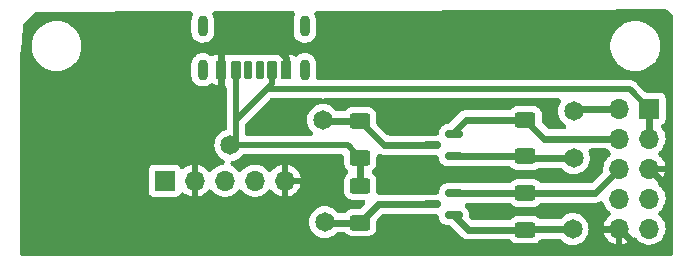
<source format=gbr>
%TF.GenerationSoftware,KiCad,Pcbnew,(6.0.0)*%
%TF.CreationDate,2022-09-27T13:06:44+08:00*%
%TF.ProjectId,rpiconnector,72706963-6f6e-46e6-9563-746f722e6b69,rev?*%
%TF.SameCoordinates,Original*%
%TF.FileFunction,Copper,L1,Top*%
%TF.FilePolarity,Positive*%
%FSLAX46Y46*%
G04 Gerber Fmt 4.6, Leading zero omitted, Abs format (unit mm)*
G04 Created by KiCad (PCBNEW (6.0.0)) date 2022-09-27 13:06:44*
%MOMM*%
%LPD*%
G01*
G04 APERTURE LIST*
G04 Aperture macros list*
%AMRoundRect*
0 Rectangle with rounded corners*
0 $1 Rounding radius*
0 $2 $3 $4 $5 $6 $7 $8 $9 X,Y pos of 4 corners*
0 Add a 4 corners polygon primitive as box body*
4,1,4,$2,$3,$4,$5,$6,$7,$8,$9,$2,$3,0*
0 Add four circle primitives for the rounded corners*
1,1,$1+$1,$2,$3*
1,1,$1+$1,$4,$5*
1,1,$1+$1,$6,$7*
1,1,$1+$1,$8,$9*
0 Add four rect primitives between the rounded corners*
20,1,$1+$1,$2,$3,$4,$5,0*
20,1,$1+$1,$4,$5,$6,$7,0*
20,1,$1+$1,$6,$7,$8,$9,0*
20,1,$1+$1,$8,$9,$2,$3,0*%
G04 Aperture macros list end*
%TA.AperFunction,SMDPad,CuDef*%
%ADD10RoundRect,0.150000X0.587500X0.150000X-0.587500X0.150000X-0.587500X-0.150000X0.587500X-0.150000X0*%
%TD*%
%TA.AperFunction,WasherPad*%
%ADD11O,0.900000X1.800000*%
%TD*%
%TA.AperFunction,SMDPad,CuDef*%
%ADD12RoundRect,0.225000X0.225000X0.575000X-0.225000X0.575000X-0.225000X-0.575000X0.225000X-0.575000X0*%
%TD*%
%TA.AperFunction,SMDPad,CuDef*%
%ADD13RoundRect,0.200000X0.200000X0.600000X-0.200000X0.600000X-0.200000X-0.600000X0.200000X-0.600000X0*%
%TD*%
%TA.AperFunction,SMDPad,CuDef*%
%ADD14RoundRect,0.175000X0.175000X0.625000X-0.175000X0.625000X-0.175000X-0.625000X0.175000X-0.625000X0*%
%TD*%
%TA.AperFunction,SMDPad,CuDef*%
%ADD15RoundRect,0.250000X-0.625000X0.400000X-0.625000X-0.400000X0.625000X-0.400000X0.625000X0.400000X0*%
%TD*%
%TA.AperFunction,SMDPad,CuDef*%
%ADD16RoundRect,0.250000X0.625000X-0.400000X0.625000X0.400000X-0.625000X0.400000X-0.625000X-0.400000X0*%
%TD*%
%TA.AperFunction,ComponentPad*%
%ADD17R,1.700000X1.700000*%
%TD*%
%TA.AperFunction,ComponentPad*%
%ADD18O,1.700000X1.700000*%
%TD*%
%TA.AperFunction,ViaPad*%
%ADD19C,1.650000*%
%TD*%
%TA.AperFunction,Conductor*%
%ADD20C,0.600000*%
%TD*%
%TA.AperFunction,Conductor*%
%ADD21C,0.500000*%
%TD*%
G04 APERTURE END LIST*
D10*
%TO.P,Q1,1,G*%
%TO.N,3v3*%
X153937500Y-65450000D03*
%TO.P,Q1,2,S*%
%TO.N,SDA*%
X153937500Y-63550000D03*
%TO.P,Q1,3,D*%
%TO.N,SDA_5v*%
X152062500Y-64500000D03*
%TD*%
D11*
%TO.P,U1,*%
%TO.N,*%
X132680000Y-54420000D03*
X141320000Y-54420000D03*
X141320000Y-58120000D03*
X132680000Y-58120000D03*
D12*
%TO.P,U1,1,GND*%
%TO.N,GND*%
X139750000Y-58122136D03*
D13*
%TO.P,U1,2,VBUS*%
%TO.N,5v*%
X138520000Y-58120000D03*
D14*
%TO.P,U1,3,CC1*%
%TO.N,unconnected-(U1-Pad3)*%
X137500000Y-58120000D03*
%TO.P,U1,4,CC2*%
%TO.N,unconnected-(U1-Pad4)*%
X136500000Y-58120000D03*
D13*
%TO.P,U1,5,VBUS*%
%TO.N,5v*%
X135480000Y-58120000D03*
D12*
%TO.P,U1,6,GND*%
%TO.N,GND*%
X134250000Y-58120000D03*
%TD*%
D15*
%TO.P,R4,1*%
%TO.N,5v*%
X146000000Y-67950000D03*
%TO.P,R4,2*%
%TO.N,SCL_5V*%
X146000000Y-71050000D03*
%TD*%
D10*
%TO.P,Q2,1,G*%
%TO.N,3v3*%
X153937500Y-70450000D03*
%TO.P,Q2,2,S*%
%TO.N,SCL*%
X153937500Y-68550000D03*
%TO.P,Q2,3,D*%
%TO.N,SCL_5V*%
X152062500Y-69500000D03*
%TD*%
D16*
%TO.P,R3,1*%
%TO.N,5v*%
X146000000Y-65550000D03*
%TO.P,R3,2*%
%TO.N,SDA_5v*%
X146000000Y-62450000D03*
%TD*%
%TO.P,R2,1*%
%TO.N,3v3*%
X160000000Y-71650000D03*
%TO.P,R2,2*%
%TO.N,SCL*%
X160000000Y-68550000D03*
%TD*%
D17*
%TO.P,J1,1,Pin_1*%
%TO.N,SDA_5v*%
X129460000Y-67500000D03*
D18*
%TO.P,J1,2,Pin_2*%
%TO.N,GND*%
X132000000Y-67500000D03*
%TO.P,J1,3,Pin_3*%
%TO.N,5v*%
X134540000Y-67500000D03*
%TO.P,J1,4,Pin_4*%
%TO.N,SCL_5V*%
X137080000Y-67500000D03*
%TO.P,J1,5,Pin_5*%
%TO.N,GND*%
X139620000Y-67500000D03*
%TD*%
D16*
%TO.P,R1,1*%
%TO.N,3v3*%
X160000000Y-65450000D03*
%TO.P,R1,2*%
%TO.N,SDA*%
X160000000Y-62350000D03*
%TD*%
D17*
%TO.P,J2,1,Pin_1*%
%TO.N,5v*%
X170500000Y-61400000D03*
D18*
%TO.P,J2,2,Pin_2*%
%TO.N,3v3*%
X167960000Y-61400000D03*
%TO.P,J2,3,Pin_3*%
%TO.N,5v*%
X170500000Y-63940000D03*
%TO.P,J2,4,Pin_4*%
%TO.N,SDA*%
X167960000Y-63940000D03*
%TO.P,J2,5,Pin_5*%
%TO.N,GND*%
X170500000Y-66480000D03*
%TO.P,J2,6,Pin_6*%
%TO.N,SCL*%
X167960000Y-66480000D03*
%TO.P,J2,7,Pin_7*%
%TO.N,GPIO14*%
X170500000Y-69020000D03*
%TO.P,J2,8,Pin_8*%
%TO.N,GPIO04*%
X167960000Y-69020000D03*
%TO.P,J2,9,Pin_9*%
%TO.N,GPIO15*%
X170500000Y-71560000D03*
%TO.P,J2,10,Pin_10*%
%TO.N,GND*%
X167960000Y-71560000D03*
%TD*%
D19*
%TO.N,SDA_5v*%
X142850000Y-62350000D03*
%TO.N,GND*%
X152400000Y-72800000D03*
X149200000Y-61600000D03*
X149400000Y-66500000D03*
X131965000Y-65035000D03*
%TO.N,5v*%
X135000000Y-64500000D03*
%TO.N,SCL_5V*%
X143000000Y-71000000D03*
%TO.N,3v3*%
X164100000Y-61600000D03*
X164000000Y-71600000D03*
X164100000Y-65584500D03*
%TD*%
D20*
%TO.N,SDA_5v*%
X148050000Y-64500000D02*
X146000000Y-62450000D01*
X142950000Y-62450000D02*
X142850000Y-62350000D01*
X146000000Y-62450000D02*
X142950000Y-62450000D01*
X152062500Y-64500000D02*
X148050000Y-64500000D01*
%TO.N,GND*%
X167960000Y-71580000D02*
X166520000Y-71580000D01*
X152824511Y-73224511D02*
X152400000Y-72800000D01*
X170500000Y-66500000D02*
X172149511Y-68149511D01*
X134250000Y-56750000D02*
X134250000Y-58120000D01*
X134200000Y-62800000D02*
X131965000Y-65035000D01*
X134250000Y-58120000D02*
X134200000Y-58170000D01*
X139750000Y-58122136D02*
X139750000Y-57136466D01*
X140000000Y-67085000D02*
X139585000Y-67500000D01*
X164672896Y-73224511D02*
X153624511Y-73224511D01*
X134200000Y-58170000D02*
X134200000Y-62800000D01*
X169880000Y-73500000D02*
X167960000Y-71580000D01*
X166317407Y-71580000D02*
X164672896Y-73224511D01*
X166520000Y-71580000D02*
X166317407Y-71580000D01*
X139750000Y-57136466D02*
X139134014Y-56520480D01*
X172149511Y-68149511D02*
X172149511Y-72263251D01*
X139134014Y-56520480D02*
X134479520Y-56520480D01*
X153624511Y-73224511D02*
X152824511Y-73224511D01*
X170912762Y-73500000D02*
X169880000Y-73500000D01*
D21*
X134250000Y-58120000D02*
X134250000Y-58272113D01*
D20*
X172149511Y-72263251D02*
X170912762Y-73500000D01*
X134479520Y-56520480D02*
X134250000Y-56750000D01*
D21*
%TO.N,5v*%
X138089511Y-59770489D02*
X137330000Y-60530000D01*
X136580000Y-61280000D02*
X135830000Y-62030000D01*
D20*
X170500000Y-63960000D02*
X170500000Y-61420000D01*
D21*
X135000000Y-64500000D02*
X144950000Y-64500000D01*
X144950000Y-64500000D02*
X146000000Y-65550000D01*
X138520000Y-58120000D02*
X138520000Y-59340000D01*
X135830000Y-62030000D02*
X135480000Y-62380000D01*
X168850489Y-59770489D02*
X138089511Y-59770489D01*
X135480000Y-62380000D02*
X135480000Y-58120000D01*
X137330000Y-60530000D02*
X136580000Y-61280000D01*
X135000000Y-64500000D02*
X135480000Y-64020000D01*
D20*
X146000000Y-67100000D02*
X146000000Y-67950000D01*
D21*
X170500000Y-61420000D02*
X168850489Y-59770489D01*
X138520000Y-59340000D02*
X137330000Y-60530000D01*
X135480000Y-64020000D02*
X135480000Y-62380000D01*
D20*
X146000000Y-65550000D02*
X146000000Y-67100000D01*
%TO.N,SCL_5V*%
X146000000Y-71050000D02*
X143050000Y-71050000D01*
X147550000Y-69500000D02*
X146000000Y-71050000D01*
X152062500Y-69500000D02*
X147550000Y-69500000D01*
X143050000Y-71050000D02*
X143000000Y-71000000D01*
%TO.N,3v3*%
X160000000Y-65450000D02*
X153937500Y-65450000D01*
X160134500Y-65584500D02*
X160000000Y-65450000D01*
X167960000Y-61420000D02*
X164280000Y-61420000D01*
X164000000Y-71600000D02*
X160050000Y-71600000D01*
X160000000Y-71650000D02*
X155137500Y-71650000D01*
X160050000Y-71600000D02*
X160000000Y-71650000D01*
X155137500Y-71650000D02*
X153937500Y-70450000D01*
X164280000Y-61420000D02*
X164100000Y-61600000D01*
X164100000Y-65584500D02*
X160134500Y-65584500D01*
%TO.N,SDA*%
X167960000Y-63960000D02*
X161610000Y-63960000D01*
X154950000Y-62350000D02*
X160000000Y-62350000D01*
X153937500Y-63550000D02*
X153937500Y-63362500D01*
X161610000Y-63960000D02*
X160000000Y-62350000D01*
X153937500Y-63362500D02*
X154950000Y-62350000D01*
%TO.N,SCL*%
X160000000Y-68550000D02*
X165910000Y-68550000D01*
X165910000Y-68550000D02*
X167960000Y-66500000D01*
X160000000Y-68550000D02*
X153937500Y-68550000D01*
%TD*%
%TA.AperFunction,Conductor*%
%TO.N,GND*%
G36*
X171991965Y-53026756D02*
G01*
X172073246Y-53080756D01*
X172418759Y-53425050D01*
X172472877Y-53505733D01*
X172492000Y-53601428D01*
X172492000Y-73643000D01*
X172473046Y-73738288D01*
X172419070Y-73819070D01*
X172338288Y-73873046D01*
X172243000Y-73892000D01*
X117457000Y-73892000D01*
X117361712Y-73873046D01*
X117280930Y-73819070D01*
X117226954Y-73738288D01*
X117208000Y-73643000D01*
X117208000Y-68398134D01*
X128101500Y-68398134D01*
X128102226Y-68404822D01*
X128102227Y-68404831D01*
X128106569Y-68444799D01*
X128108255Y-68460316D01*
X128159385Y-68596705D01*
X128246739Y-68713261D01*
X128363295Y-68800615D01*
X128499684Y-68851745D01*
X128515198Y-68853430D01*
X128515201Y-68853431D01*
X128555169Y-68857773D01*
X128555178Y-68857774D01*
X128561866Y-68858500D01*
X130358134Y-68858500D01*
X130364822Y-68857774D01*
X130364831Y-68857773D01*
X130404799Y-68853431D01*
X130404802Y-68853430D01*
X130420316Y-68851745D01*
X130556705Y-68800615D01*
X130673261Y-68713261D01*
X130760615Y-68596705D01*
X130761604Y-68597446D01*
X130811689Y-68537653D01*
X130897828Y-68492718D01*
X130994606Y-68484168D01*
X131087289Y-68513303D01*
X131126763Y-68540130D01*
X131210556Y-68609696D01*
X131227241Y-68621379D01*
X131402394Y-68723730D01*
X131420762Y-68732531D01*
X131610279Y-68804900D01*
X131629853Y-68810587D01*
X131721965Y-68829327D01*
X131742824Y-68829418D01*
X131745982Y-68821886D01*
X131746000Y-68821712D01*
X131746000Y-68812105D01*
X132254000Y-68812105D01*
X132258069Y-68832563D01*
X132268919Y-68834721D01*
X132273176Y-68834175D01*
X132293099Y-68829941D01*
X132487412Y-68771644D01*
X132506379Y-68764211D01*
X132688567Y-68674957D01*
X132706053Y-68664533D01*
X132871212Y-68546727D01*
X132886776Y-68533575D01*
X133030477Y-68390374D01*
X133043676Y-68374865D01*
X133066790Y-68342698D01*
X133137786Y-68276376D01*
X133228759Y-68242271D01*
X133325857Y-68245576D01*
X133414300Y-68285788D01*
X133457207Y-68324967D01*
X133579247Y-68465853D01*
X133586250Y-68473938D01*
X133758126Y-68616632D01*
X133766942Y-68621784D01*
X133766944Y-68621785D01*
X133857938Y-68674957D01*
X133951000Y-68729338D01*
X133960543Y-68732982D01*
X133960549Y-68732985D01*
X134150143Y-68805384D01*
X134150148Y-68805385D01*
X134159692Y-68809030D01*
X134222026Y-68821712D01*
X134368584Y-68851530D01*
X134368586Y-68851530D01*
X134378597Y-68853567D01*
X134476591Y-68857160D01*
X134591625Y-68861379D01*
X134591631Y-68861379D01*
X134601837Y-68861753D01*
X134611967Y-68860455D01*
X134611973Y-68860455D01*
X134712626Y-68847561D01*
X134823416Y-68833368D01*
X134833200Y-68830433D01*
X134833203Y-68830432D01*
X135027595Y-68772111D01*
X135027596Y-68772110D01*
X135037384Y-68769174D01*
X135046559Y-68764679D01*
X135046562Y-68764678D01*
X135129226Y-68724181D01*
X135237994Y-68670896D01*
X135301563Y-68625553D01*
X135411543Y-68547106D01*
X135411547Y-68547102D01*
X135419860Y-68541173D01*
X135544343Y-68417124D01*
X135570862Y-68390698D01*
X135570863Y-68390696D01*
X135578096Y-68383489D01*
X135607129Y-68343085D01*
X135678123Y-68276765D01*
X135769096Y-68242660D01*
X135866194Y-68245965D01*
X135954637Y-68286177D01*
X135997544Y-68325356D01*
X136119247Y-68465853D01*
X136126250Y-68473938D01*
X136298126Y-68616632D01*
X136306942Y-68621784D01*
X136306944Y-68621785D01*
X136397938Y-68674957D01*
X136491000Y-68729338D01*
X136500543Y-68732982D01*
X136500549Y-68732985D01*
X136690143Y-68805384D01*
X136690148Y-68805385D01*
X136699692Y-68809030D01*
X136762026Y-68821712D01*
X136908584Y-68851530D01*
X136908586Y-68851530D01*
X136918597Y-68853567D01*
X137016591Y-68857160D01*
X137131625Y-68861379D01*
X137131631Y-68861379D01*
X137141837Y-68861753D01*
X137151967Y-68860455D01*
X137151973Y-68860455D01*
X137252626Y-68847561D01*
X137363416Y-68833368D01*
X137373200Y-68830433D01*
X137373203Y-68830432D01*
X137567595Y-68772111D01*
X137567596Y-68772110D01*
X137577384Y-68769174D01*
X137586559Y-68764679D01*
X137586562Y-68764678D01*
X137669226Y-68724181D01*
X137777994Y-68670896D01*
X137841563Y-68625553D01*
X137951543Y-68547106D01*
X137951547Y-68547102D01*
X137959860Y-68541173D01*
X138084343Y-68417124D01*
X138110862Y-68390698D01*
X138110863Y-68390696D01*
X138118096Y-68383489D01*
X138147430Y-68342666D01*
X138218422Y-68276348D01*
X138309394Y-68242242D01*
X138406493Y-68245547D01*
X138494936Y-68285758D01*
X138537844Y-68324938D01*
X138659909Y-68465853D01*
X138674468Y-68480110D01*
X138830549Y-68609691D01*
X138847241Y-68621379D01*
X139022394Y-68723730D01*
X139040762Y-68732531D01*
X139230279Y-68804900D01*
X139249853Y-68810587D01*
X139341965Y-68829327D01*
X139362824Y-68829418D01*
X139365982Y-68821886D01*
X139366000Y-68821712D01*
X139366000Y-68812105D01*
X139874000Y-68812105D01*
X139878069Y-68832563D01*
X139888919Y-68834721D01*
X139893176Y-68834175D01*
X139913099Y-68829941D01*
X140107412Y-68771644D01*
X140126379Y-68764211D01*
X140308567Y-68674957D01*
X140326053Y-68664533D01*
X140491212Y-68546727D01*
X140506776Y-68533575D01*
X140650477Y-68390374D01*
X140663674Y-68374867D01*
X140782064Y-68210110D01*
X140792547Y-68192664D01*
X140882438Y-68010784D01*
X140889933Y-67991854D01*
X140948912Y-67797732D01*
X140953141Y-67778172D01*
X140951786Y-67757503D01*
X140941466Y-67754000D01*
X139898527Y-67754000D01*
X139878069Y-67758069D01*
X139874000Y-67778527D01*
X139874000Y-68812105D01*
X139366000Y-68812105D01*
X139366000Y-67221473D01*
X139874000Y-67221473D01*
X139878069Y-67241931D01*
X139898527Y-67246000D01*
X140931932Y-67246000D01*
X140952390Y-67241931D01*
X140953419Y-67236755D01*
X140952723Y-67231127D01*
X140912444Y-67070773D01*
X140905880Y-67051492D01*
X140824986Y-66865446D01*
X140815364Y-66847502D01*
X140705168Y-66677164D01*
X140692737Y-66661022D01*
X140556209Y-66510980D01*
X140541305Y-66497082D01*
X140382098Y-66371349D01*
X140365141Y-66360082D01*
X140187526Y-66262033D01*
X140168952Y-66253685D01*
X139977719Y-66185966D01*
X139958018Y-66180761D01*
X139898147Y-66170096D01*
X139877291Y-66170515D01*
X139874000Y-66178935D01*
X139874000Y-67221473D01*
X139366000Y-67221473D01*
X139366000Y-66189514D01*
X139361931Y-66169056D01*
X139352138Y-66167108D01*
X139314301Y-66172898D01*
X139294503Y-66177615D01*
X139101657Y-66240646D01*
X139082892Y-66248534D01*
X138902937Y-66342213D01*
X138885700Y-66353068D01*
X138723476Y-66474870D01*
X138708235Y-66488401D01*
X138568080Y-66635065D01*
X138548833Y-66658834D01*
X138547638Y-66657867D01*
X138486945Y-66717402D01*
X138396831Y-66753715D01*
X138299681Y-66752779D01*
X138210284Y-66714736D01*
X138160552Y-66667787D01*
X138160014Y-66668277D01*
X138136209Y-66642115D01*
X138095882Y-66597797D01*
X138009670Y-66503051D01*
X138001657Y-66496722D01*
X138001653Y-66496719D01*
X137904387Y-66419903D01*
X137834359Y-66364598D01*
X137715401Y-66298930D01*
X137647735Y-66261576D01*
X137647731Y-66261574D01*
X137638789Y-66256638D01*
X137629163Y-66253229D01*
X137629158Y-66253227D01*
X137437842Y-66185479D01*
X137437840Y-66185479D01*
X137428212Y-66182069D01*
X137208284Y-66142894D01*
X137198063Y-66142769D01*
X137198062Y-66142769D01*
X137069358Y-66141197D01*
X136984911Y-66140165D01*
X136764091Y-66173955D01*
X136754377Y-66177130D01*
X136754373Y-66177131D01*
X136578144Y-66234732D01*
X136551756Y-66243357D01*
X136542689Y-66248077D01*
X136382864Y-66331277D01*
X136353607Y-66346507D01*
X136174965Y-66480635D01*
X136020629Y-66642138D01*
X136014867Y-66650584D01*
X136008443Y-66658518D01*
X136007230Y-66657535D01*
X135946626Y-66716984D01*
X135856513Y-66753298D01*
X135759362Y-66752363D01*
X135669965Y-66714321D01*
X135620613Y-66667732D01*
X135620014Y-66668277D01*
X135559921Y-66602236D01*
X135469670Y-66503051D01*
X135461657Y-66496722D01*
X135461653Y-66496719D01*
X135364387Y-66419903D01*
X135294359Y-66364598D01*
X135145247Y-66282284D01*
X135070986Y-66219639D01*
X135026350Y-66133345D01*
X135018136Y-66036538D01*
X135047593Y-65943956D01*
X135110238Y-65869695D01*
X135196532Y-65825059D01*
X135221891Y-65819181D01*
X135232444Y-65818258D01*
X135457826Y-65757867D01*
X135587493Y-65697402D01*
X135659444Y-65663851D01*
X135659448Y-65663849D01*
X135669297Y-65659256D01*
X135860432Y-65525422D01*
X136025422Y-65360432D01*
X136031657Y-65351528D01*
X136035080Y-65347448D01*
X136110849Y-65286636D01*
X136204122Y-65259448D01*
X136225827Y-65258500D01*
X144367500Y-65258500D01*
X144462788Y-65277454D01*
X144543570Y-65331430D01*
X144597546Y-65412212D01*
X144616500Y-65507500D01*
X144616500Y-66000400D01*
X144617165Y-66006805D01*
X144625935Y-66091331D01*
X144627474Y-66106166D01*
X144631786Y-66119091D01*
X144631787Y-66119095D01*
X144678869Y-66260217D01*
X144678871Y-66260222D01*
X144683450Y-66273946D01*
X144691066Y-66286253D01*
X144732151Y-66352645D01*
X144776522Y-66424348D01*
X144901697Y-66549305D01*
X144911991Y-66555650D01*
X144974109Y-66628508D01*
X145004051Y-66720934D01*
X144996345Y-66817783D01*
X144952163Y-66904310D01*
X144912113Y-66944430D01*
X144900652Y-66951522D01*
X144775695Y-67076697D01*
X144682885Y-67227262D01*
X144678331Y-67240992D01*
X144678330Y-67240994D01*
X144640451Y-67355198D01*
X144627203Y-67395139D01*
X144625817Y-67408669D01*
X144621186Y-67453869D01*
X144616500Y-67499600D01*
X144616500Y-68400400D01*
X144620868Y-68442500D01*
X144625192Y-68484168D01*
X144627474Y-68506166D01*
X144631786Y-68519091D01*
X144631787Y-68519095D01*
X144678869Y-68660217D01*
X144678871Y-68660222D01*
X144683450Y-68673946D01*
X144691066Y-68686253D01*
X144767043Y-68809030D01*
X144776522Y-68824348D01*
X144901697Y-68949305D01*
X145052262Y-69042115D01*
X145065992Y-69046669D01*
X145065994Y-69046670D01*
X145166410Y-69079976D01*
X145220139Y-69097797D01*
X145266142Y-69102510D01*
X145318281Y-69107853D01*
X145318290Y-69107853D01*
X145324600Y-69108500D01*
X146196968Y-69108500D01*
X146292256Y-69127454D01*
X146373038Y-69181430D01*
X146427014Y-69262212D01*
X146445968Y-69357500D01*
X146427014Y-69452788D01*
X146373038Y-69533570D01*
X146088038Y-69818570D01*
X146007256Y-69872546D01*
X145911968Y-69891500D01*
X145324600Y-69891500D01*
X145271380Y-69897022D01*
X145232391Y-69901067D01*
X145232388Y-69901068D01*
X145218834Y-69902474D01*
X145205909Y-69906786D01*
X145205905Y-69906787D01*
X145064783Y-69953869D01*
X145064778Y-69953871D01*
X145051054Y-69958450D01*
X145024992Y-69974578D01*
X144912952Y-70043910D01*
X144912949Y-70043912D01*
X144900652Y-70051522D01*
X144812760Y-70139568D01*
X144783962Y-70168416D01*
X144703228Y-70222463D01*
X144607739Y-70241500D01*
X144225827Y-70241500D01*
X144130539Y-70222546D01*
X144049757Y-70168570D01*
X144035080Y-70152552D01*
X144031657Y-70148472D01*
X144025422Y-70139568D01*
X143860432Y-69974578D01*
X143669297Y-69840744D01*
X143659448Y-69836151D01*
X143659444Y-69836149D01*
X143563561Y-69791438D01*
X143457826Y-69742133D01*
X143232444Y-69681742D01*
X143221616Y-69680795D01*
X143221612Y-69680794D01*
X143010836Y-69662354D01*
X143000000Y-69661406D01*
X142989164Y-69662354D01*
X142778388Y-69680794D01*
X142778384Y-69680795D01*
X142767556Y-69681742D01*
X142542174Y-69742133D01*
X142436438Y-69791439D01*
X142340556Y-69836149D01*
X142340552Y-69836151D01*
X142330703Y-69840744D01*
X142139568Y-69974578D01*
X141974578Y-70139568D01*
X141840744Y-70330703D01*
X141836151Y-70340552D01*
X141836149Y-70340556D01*
X141816939Y-70381753D01*
X141742133Y-70542174D01*
X141681742Y-70767556D01*
X141680795Y-70778384D01*
X141680794Y-70778388D01*
X141667469Y-70930703D01*
X141661406Y-71000000D01*
X141662354Y-71010836D01*
X141679704Y-71209145D01*
X141681742Y-71232444D01*
X141742133Y-71457826D01*
X141774247Y-71526695D01*
X141816716Y-71617768D01*
X141840744Y-71669297D01*
X141974578Y-71860432D01*
X142139568Y-72025422D01*
X142330703Y-72159256D01*
X142340552Y-72163849D01*
X142340556Y-72163851D01*
X142404173Y-72193516D01*
X142542174Y-72257867D01*
X142767556Y-72318258D01*
X142778384Y-72319205D01*
X142778388Y-72319206D01*
X142989164Y-72337646D01*
X143000000Y-72338594D01*
X143010836Y-72337646D01*
X143221612Y-72319206D01*
X143221616Y-72319205D01*
X143232444Y-72318258D01*
X143457826Y-72257867D01*
X143595827Y-72193516D01*
X143659444Y-72163851D01*
X143659448Y-72163849D01*
X143669297Y-72159256D01*
X143860432Y-72025422D01*
X143954424Y-71931430D01*
X144035206Y-71877454D01*
X144130494Y-71858500D01*
X144607547Y-71858500D01*
X144702835Y-71877454D01*
X144783463Y-71931277D01*
X144819889Y-71967639D01*
X144901697Y-72049305D01*
X145052262Y-72142115D01*
X145065992Y-72146669D01*
X145065994Y-72146670D01*
X145207232Y-72193516D01*
X145220139Y-72197797D01*
X145266142Y-72202510D01*
X145318281Y-72207853D01*
X145318290Y-72207853D01*
X145324600Y-72208500D01*
X146675400Y-72208500D01*
X146728620Y-72202978D01*
X146767609Y-72198933D01*
X146767612Y-72198932D01*
X146781166Y-72197526D01*
X146794091Y-72193214D01*
X146794095Y-72193213D01*
X146935217Y-72146131D01*
X146935222Y-72146129D01*
X146948946Y-72141550D01*
X146992435Y-72114638D01*
X147087048Y-72056090D01*
X147087051Y-72056088D01*
X147099348Y-72048478D01*
X147224305Y-71923303D01*
X147317115Y-71772738D01*
X147324752Y-71749715D01*
X147368516Y-71617768D01*
X147372797Y-71604861D01*
X147383500Y-71500400D01*
X147383500Y-70913032D01*
X147402454Y-70817744D01*
X147456430Y-70736962D01*
X147811962Y-70381430D01*
X147892744Y-70327454D01*
X147988032Y-70308500D01*
X152442500Y-70308500D01*
X152537788Y-70327454D01*
X152618570Y-70381430D01*
X152672546Y-70462212D01*
X152691500Y-70557500D01*
X152691500Y-70666502D01*
X152694438Y-70703831D01*
X152697987Y-70716047D01*
X152728928Y-70822546D01*
X152740855Y-70863601D01*
X152748825Y-70877077D01*
X152748826Y-70877080D01*
X152766676Y-70907262D01*
X152825547Y-71006807D01*
X152943193Y-71124453D01*
X152956675Y-71132426D01*
X152956676Y-71132427D01*
X153072920Y-71201174D01*
X153072923Y-71201175D01*
X153086399Y-71209145D01*
X153101438Y-71213514D01*
X153101440Y-71213515D01*
X153233953Y-71252013D01*
X153246169Y-71255562D01*
X153283498Y-71258500D01*
X153499468Y-71258500D01*
X153594756Y-71277454D01*
X153675538Y-71331430D01*
X154558880Y-72214772D01*
X154560714Y-72216626D01*
X154602645Y-72259444D01*
X154623271Y-72280507D01*
X154634967Y-72288045D01*
X154634970Y-72288047D01*
X154654476Y-72300618D01*
X154674933Y-72315318D01*
X154679804Y-72319206D01*
X154703943Y-72338476D01*
X154727372Y-72349802D01*
X154753869Y-72364671D01*
X154775738Y-72378765D01*
X154788821Y-72383527D01*
X154788825Y-72383529D01*
X154810628Y-72391465D01*
X154833823Y-72401263D01*
X154867249Y-72417421D01*
X154892597Y-72423273D01*
X154921737Y-72431905D01*
X154946185Y-72440803D01*
X154959999Y-72442548D01*
X154983010Y-72445455D01*
X155007817Y-72449874D01*
X155022303Y-72453218D01*
X155043985Y-72458224D01*
X155057905Y-72458273D01*
X155057908Y-72458273D01*
X155075889Y-72458335D01*
X155084999Y-72458367D01*
X155085295Y-72458377D01*
X155086269Y-72458500D01*
X155122776Y-72458500D01*
X155123645Y-72458502D01*
X155225370Y-72458857D01*
X155226711Y-72458557D01*
X155227769Y-72458500D01*
X158607547Y-72458500D01*
X158702835Y-72477454D01*
X158783463Y-72531277D01*
X158901697Y-72649305D01*
X159052262Y-72742115D01*
X159065992Y-72746669D01*
X159065994Y-72746670D01*
X159207232Y-72793516D01*
X159220139Y-72797797D01*
X159266142Y-72802510D01*
X159318281Y-72807853D01*
X159318290Y-72807853D01*
X159324600Y-72808500D01*
X160675400Y-72808500D01*
X160728620Y-72802978D01*
X160767609Y-72798933D01*
X160767612Y-72798932D01*
X160781166Y-72797526D01*
X160794091Y-72793214D01*
X160794095Y-72793213D01*
X160935217Y-72746131D01*
X160935222Y-72746129D01*
X160948946Y-72741550D01*
X161053852Y-72676632D01*
X161087048Y-72656090D01*
X161087051Y-72656088D01*
X161099348Y-72648478D01*
X161224305Y-72523303D01*
X161231897Y-72510987D01*
X161238067Y-72503174D01*
X161312000Y-72440142D01*
X161404426Y-72410200D01*
X161433476Y-72408500D01*
X162819506Y-72408500D01*
X162914794Y-72427454D01*
X162995576Y-72481430D01*
X163139568Y-72625422D01*
X163330703Y-72759256D01*
X163340552Y-72763849D01*
X163340556Y-72763851D01*
X163404173Y-72793516D01*
X163542174Y-72857867D01*
X163767556Y-72918258D01*
X163778384Y-72919205D01*
X163778388Y-72919206D01*
X163989164Y-72937646D01*
X164000000Y-72938594D01*
X164010836Y-72937646D01*
X164221612Y-72919206D01*
X164221616Y-72919205D01*
X164232444Y-72918258D01*
X164457826Y-72857867D01*
X164595827Y-72793516D01*
X164659444Y-72763851D01*
X164659448Y-72763849D01*
X164669297Y-72759256D01*
X164860432Y-72625422D01*
X165025422Y-72460432D01*
X165159256Y-72269297D01*
X165166895Y-72252917D01*
X165216438Y-72146670D01*
X165257867Y-72057826D01*
X165318258Y-71832444D01*
X165318929Y-71824774D01*
X166627846Y-71824774D01*
X166628146Y-71827471D01*
X166657456Y-71957529D01*
X166663542Y-71976949D01*
X166739867Y-72164917D01*
X166749057Y-72183110D01*
X166855053Y-72356079D01*
X166867081Y-72372513D01*
X166999909Y-72525853D01*
X167014468Y-72540110D01*
X167170549Y-72669691D01*
X167187241Y-72681379D01*
X167362394Y-72783730D01*
X167380762Y-72792531D01*
X167570279Y-72864900D01*
X167589853Y-72870587D01*
X167681965Y-72889327D01*
X167702824Y-72889418D01*
X167705982Y-72881886D01*
X167706000Y-72881712D01*
X167706000Y-71838527D01*
X167701931Y-71818069D01*
X167681473Y-71814000D01*
X166649637Y-71814000D01*
X166629179Y-71818069D01*
X166627846Y-71824774D01*
X165318929Y-71824774D01*
X165338594Y-71600000D01*
X165335674Y-71566627D01*
X165319206Y-71378388D01*
X165319205Y-71378384D01*
X165318258Y-71367556D01*
X165257867Y-71142174D01*
X165159256Y-70930703D01*
X165025422Y-70739568D01*
X164860432Y-70574578D01*
X164669297Y-70440744D01*
X164659448Y-70436151D01*
X164659444Y-70436149D01*
X164505498Y-70364363D01*
X164457826Y-70342133D01*
X164232444Y-70281742D01*
X164221616Y-70280795D01*
X164221612Y-70280794D01*
X164010836Y-70262354D01*
X164000000Y-70261406D01*
X163989164Y-70262354D01*
X163778388Y-70280794D01*
X163778384Y-70280795D01*
X163767556Y-70281742D01*
X163542174Y-70342133D01*
X163494502Y-70364363D01*
X163340556Y-70436149D01*
X163340552Y-70436151D01*
X163330703Y-70440744D01*
X163139568Y-70574578D01*
X162995576Y-70718570D01*
X162914794Y-70772546D01*
X162819506Y-70791500D01*
X161342366Y-70791500D01*
X161247078Y-70772546D01*
X161166450Y-70718723D01*
X161142434Y-70694749D01*
X161098303Y-70650695D01*
X160947738Y-70557885D01*
X160934008Y-70553331D01*
X160934006Y-70553330D01*
X160792768Y-70506484D01*
X160779861Y-70502203D01*
X160733858Y-70497490D01*
X160681719Y-70492147D01*
X160681710Y-70492147D01*
X160675400Y-70491500D01*
X159324600Y-70491500D01*
X159271380Y-70497022D01*
X159232391Y-70501067D01*
X159232388Y-70501068D01*
X159218834Y-70502474D01*
X159205909Y-70506786D01*
X159205905Y-70506787D01*
X159064783Y-70553869D01*
X159064778Y-70553871D01*
X159051054Y-70558450D01*
X159031409Y-70570607D01*
X158912952Y-70643910D01*
X158912949Y-70643912D01*
X158900652Y-70651522D01*
X158784821Y-70767556D01*
X158783962Y-70768416D01*
X158703228Y-70822463D01*
X158607739Y-70841500D01*
X155575531Y-70841500D01*
X155480243Y-70822546D01*
X155399461Y-70768570D01*
X155256430Y-70625539D01*
X155202454Y-70544757D01*
X155183500Y-70449469D01*
X155183500Y-70233498D01*
X155180562Y-70196169D01*
X155164118Y-70139568D01*
X155138515Y-70051440D01*
X155138514Y-70051438D01*
X155134145Y-70036399D01*
X155059806Y-69910698D01*
X155057427Y-69906676D01*
X155057426Y-69906675D01*
X155049453Y-69893193D01*
X154939830Y-69783570D01*
X154885854Y-69702788D01*
X154866900Y-69607500D01*
X154885854Y-69512212D01*
X154939830Y-69431430D01*
X155020612Y-69377454D01*
X155115900Y-69358500D01*
X158607547Y-69358500D01*
X158702835Y-69377454D01*
X158783463Y-69431277D01*
X158885935Y-69533570D01*
X158901697Y-69549305D01*
X159052262Y-69642115D01*
X159065992Y-69646669D01*
X159065994Y-69646670D01*
X159207232Y-69693516D01*
X159220139Y-69697797D01*
X159266142Y-69702510D01*
X159318281Y-69707853D01*
X159318290Y-69707853D01*
X159324600Y-69708500D01*
X160675400Y-69708500D01*
X160730452Y-69702788D01*
X160767609Y-69698933D01*
X160767612Y-69698932D01*
X160781166Y-69697526D01*
X160794091Y-69693214D01*
X160794095Y-69693213D01*
X160935217Y-69646131D01*
X160935222Y-69646129D01*
X160948946Y-69641550D01*
X161003970Y-69607500D01*
X161087048Y-69556090D01*
X161087051Y-69556088D01*
X161099348Y-69548478D01*
X161216039Y-69431583D01*
X161296772Y-69377537D01*
X161392261Y-69358500D01*
X165900166Y-69358500D01*
X165902775Y-69358514D01*
X165992221Y-69359451D01*
X166005825Y-69356510D01*
X166005832Y-69356509D01*
X166028507Y-69351606D01*
X166053372Y-69347534D01*
X166059604Y-69346835D01*
X166076422Y-69344949D01*
X166076425Y-69344948D01*
X166090255Y-69343397D01*
X166105851Y-69337966D01*
X166114826Y-69334841D01*
X166144085Y-69326617D01*
X166155895Y-69324063D01*
X166155897Y-69324062D01*
X166169510Y-69321119D01*
X166203155Y-69305430D01*
X166226481Y-69295958D01*
X166261552Y-69283745D01*
X166283614Y-69269959D01*
X166310643Y-69255308D01*
X166311067Y-69255111D01*
X166405469Y-69232149D01*
X166501473Y-69247062D01*
X166584462Y-69297578D01*
X166641802Y-69376008D01*
X166652796Y-69408272D01*
X166653920Y-69407920D01*
X166656975Y-69417667D01*
X166659222Y-69427639D01*
X166743266Y-69634616D01*
X166748601Y-69643322D01*
X166748602Y-69643324D01*
X166854652Y-69816383D01*
X166854656Y-69816388D01*
X166859987Y-69825088D01*
X166930661Y-69906676D01*
X166996138Y-69982264D01*
X167006250Y-69993938D01*
X167094378Y-70067103D01*
X167132980Y-70099151D01*
X167194188Y-70174601D01*
X167221862Y-70267731D01*
X167211791Y-70364363D01*
X167165508Y-70449785D01*
X167123433Y-70489853D01*
X167063471Y-70534874D01*
X167048235Y-70548401D01*
X166908080Y-70695065D01*
X166895257Y-70710901D01*
X166780937Y-70878487D01*
X166770877Y-70896196D01*
X166685463Y-71080205D01*
X166678428Y-71099327D01*
X166624911Y-71292301D01*
X166625818Y-71302388D01*
X166637374Y-71306000D01*
X167965000Y-71306000D01*
X168060288Y-71324954D01*
X168141070Y-71378930D01*
X168195046Y-71459712D01*
X168214000Y-71555000D01*
X168214000Y-72872105D01*
X168218069Y-72892563D01*
X168228919Y-72894721D01*
X168233176Y-72894175D01*
X168253099Y-72889941D01*
X168447412Y-72831644D01*
X168466379Y-72824211D01*
X168648567Y-72734957D01*
X168666053Y-72724533D01*
X168831212Y-72606727D01*
X168846776Y-72593575D01*
X168990477Y-72450374D01*
X169003676Y-72434865D01*
X169026790Y-72402698D01*
X169097786Y-72336376D01*
X169188759Y-72302271D01*
X169285857Y-72305576D01*
X169374300Y-72345788D01*
X169417206Y-72384966D01*
X169454010Y-72427454D01*
X169539247Y-72525853D01*
X169546250Y-72533938D01*
X169718126Y-72676632D01*
X169911000Y-72789338D01*
X169920543Y-72792982D01*
X169920549Y-72792985D01*
X170110143Y-72865384D01*
X170110148Y-72865385D01*
X170119692Y-72869030D01*
X170182026Y-72881712D01*
X170328584Y-72911530D01*
X170328586Y-72911530D01*
X170338597Y-72913567D01*
X170436591Y-72917160D01*
X170551625Y-72921379D01*
X170551631Y-72921379D01*
X170561837Y-72921753D01*
X170571967Y-72920455D01*
X170571973Y-72920455D01*
X170672626Y-72907561D01*
X170783416Y-72893368D01*
X170793200Y-72890433D01*
X170793203Y-72890432D01*
X170987595Y-72832111D01*
X170987596Y-72832110D01*
X170997384Y-72829174D01*
X171006559Y-72824679D01*
X171006562Y-72824678D01*
X171090147Y-72783730D01*
X171197994Y-72730896D01*
X171261563Y-72685553D01*
X171371543Y-72607106D01*
X171371547Y-72607102D01*
X171379860Y-72601173D01*
X171522688Y-72458843D01*
X171530862Y-72450698D01*
X171530863Y-72450696D01*
X171538096Y-72443489D01*
X171544053Y-72435199D01*
X171544058Y-72435193D01*
X171657260Y-72277653D01*
X171668453Y-72262077D01*
X171767430Y-72061811D01*
X171774336Y-72039083D01*
X171807089Y-71931277D01*
X171832370Y-71848069D01*
X171861529Y-71626590D01*
X171862391Y-71591331D01*
X171862994Y-71566627D01*
X171863156Y-71560000D01*
X171844852Y-71337361D01*
X171836616Y-71304570D01*
X171824556Y-71256560D01*
X171790431Y-71120702D01*
X171701354Y-70915840D01*
X171580014Y-70728277D01*
X171573143Y-70720726D01*
X171573140Y-70720722D01*
X171447152Y-70582264D01*
X171429670Y-70563051D01*
X171393520Y-70534501D01*
X171332384Y-70486218D01*
X171269352Y-70412286D01*
X171239410Y-70319860D01*
X171247118Y-70223011D01*
X171291302Y-70136484D01*
X171342114Y-70088097D01*
X171379860Y-70061173D01*
X171538096Y-69903489D01*
X171544056Y-69895195D01*
X171544058Y-69895193D01*
X171662491Y-69730374D01*
X171668453Y-69722077D01*
X171767430Y-69521811D01*
X171771724Y-69507680D01*
X171816803Y-69359305D01*
X171832370Y-69308069D01*
X171861529Y-69086590D01*
X171863156Y-69020000D01*
X171861930Y-69005081D01*
X171845689Y-68807542D01*
X171844852Y-68797361D01*
X171790431Y-68580702D01*
X171701354Y-68375840D01*
X171580014Y-68188277D01*
X171573143Y-68180726D01*
X171573140Y-68180722D01*
X171436545Y-68030607D01*
X171429670Y-68023051D01*
X171331975Y-67945896D01*
X171268943Y-67871965D01*
X171239002Y-67779539D01*
X171246709Y-67682690D01*
X171290892Y-67596163D01*
X171341707Y-67547773D01*
X171371212Y-67526728D01*
X171386776Y-67513575D01*
X171530477Y-67370374D01*
X171543674Y-67354867D01*
X171662064Y-67190110D01*
X171672547Y-67172664D01*
X171762438Y-66990784D01*
X171769933Y-66971854D01*
X171828912Y-66777732D01*
X171833141Y-66758172D01*
X171831786Y-66737503D01*
X171821466Y-66734000D01*
X170495000Y-66734000D01*
X170399712Y-66715046D01*
X170318930Y-66661070D01*
X170264954Y-66580288D01*
X170246000Y-66485000D01*
X170246000Y-66475000D01*
X170264954Y-66379712D01*
X170318930Y-66298930D01*
X170399712Y-66244954D01*
X170495000Y-66226000D01*
X171811932Y-66226000D01*
X171832390Y-66221931D01*
X171833419Y-66216755D01*
X171832723Y-66211127D01*
X171792444Y-66050773D01*
X171785880Y-66031492D01*
X171704986Y-65845446D01*
X171695364Y-65827502D01*
X171585168Y-65657164D01*
X171572737Y-65641022D01*
X171436209Y-65490980D01*
X171421303Y-65477080D01*
X171331961Y-65406522D01*
X171268928Y-65332590D01*
X171238987Y-65240164D01*
X171246694Y-65143315D01*
X171290877Y-65056788D01*
X171341689Y-65008400D01*
X171379860Y-64981173D01*
X171538096Y-64823489D01*
X171544056Y-64815195D01*
X171544058Y-64815193D01*
X171662491Y-64650374D01*
X171668453Y-64642077D01*
X171767430Y-64441811D01*
X171771724Y-64427680D01*
X171794149Y-64353869D01*
X171832370Y-64228069D01*
X171861529Y-64006590D01*
X171863156Y-63940000D01*
X171844852Y-63717361D01*
X171790431Y-63500702D01*
X171701354Y-63295840D01*
X171580014Y-63108277D01*
X171573143Y-63100726D01*
X171573140Y-63100722D01*
X171549182Y-63074393D01*
X171499071Y-62991158D01*
X171484626Y-62895083D01*
X171508048Y-62800794D01*
X171565770Y-62722645D01*
X171596597Y-62700656D01*
X171596705Y-62700615D01*
X171602012Y-62696638D01*
X171688713Y-62631659D01*
X171713261Y-62613261D01*
X171785681Y-62516632D01*
X171789978Y-62510898D01*
X171800615Y-62496705D01*
X171851745Y-62360316D01*
X171856340Y-62318022D01*
X171857773Y-62304831D01*
X171857774Y-62304822D01*
X171858500Y-62298134D01*
X171858500Y-60501866D01*
X171857774Y-60495178D01*
X171857773Y-60495169D01*
X171853431Y-60455201D01*
X171853430Y-60455198D01*
X171851745Y-60439684D01*
X171800615Y-60303295D01*
X171713261Y-60186739D01*
X171596705Y-60099385D01*
X171460316Y-60048255D01*
X171444802Y-60046570D01*
X171444799Y-60046569D01*
X171404831Y-60042227D01*
X171404822Y-60042226D01*
X171398134Y-60041500D01*
X170297321Y-60041500D01*
X170202033Y-60022546D01*
X170121251Y-59968570D01*
X169440828Y-59288147D01*
X169420169Y-59264107D01*
X169417569Y-59261318D01*
X169408997Y-59249671D01*
X169372537Y-59218696D01*
X169366054Y-59212719D01*
X169366026Y-59212751D01*
X169360621Y-59207940D01*
X169355510Y-59202829D01*
X169334908Y-59186530D01*
X169328233Y-59181058D01*
X169274204Y-59135156D01*
X169262278Y-59129066D01*
X169251773Y-59120755D01*
X169187549Y-59090739D01*
X169179809Y-59086955D01*
X169116681Y-59054720D01*
X169103668Y-59051536D01*
X169091539Y-59045867D01*
X169022181Y-59031440D01*
X169013723Y-59029527D01*
X168984817Y-59022454D01*
X168955657Y-59015318D01*
X168955654Y-59015318D01*
X168944879Y-59012681D01*
X168933725Y-59011989D01*
X168929841Y-59011989D01*
X168928457Y-59011946D01*
X168918374Y-59009849D01*
X168903913Y-59010240D01*
X168903911Y-59010240D01*
X168842632Y-59011898D01*
X168835898Y-59011989D01*
X142513262Y-59011989D01*
X142417974Y-58993035D01*
X142337192Y-58939059D01*
X142283216Y-58858277D01*
X142264262Y-58762989D01*
X142269524Y-58712071D01*
X142276208Y-58680075D01*
X142276208Y-58680074D01*
X142278165Y-58670707D01*
X142278500Y-58664315D01*
X142278500Y-57621337D01*
X142263765Y-57476273D01*
X142205535Y-57290459D01*
X142111130Y-57120150D01*
X141984409Y-56972302D01*
X141830547Y-56852954D01*
X141655829Y-56766982D01*
X141643629Y-56763804D01*
X141643626Y-56763803D01*
X141479597Y-56721077D01*
X141479598Y-56721077D01*
X141467393Y-56717898D01*
X141445368Y-56716744D01*
X141285536Y-56708367D01*
X141285533Y-56708367D01*
X141272936Y-56707707D01*
X141260459Y-56709594D01*
X141260458Y-56709594D01*
X141092876Y-56734938D01*
X141092873Y-56734939D01*
X141080401Y-56736825D01*
X141007077Y-56763803D01*
X140909492Y-56799707D01*
X140909488Y-56799709D01*
X140897654Y-56804063D01*
X140732160Y-56906674D01*
X140723000Y-56915336D01*
X140722999Y-56915337D01*
X140713566Y-56924257D01*
X140631308Y-56975955D01*
X140535527Y-56992240D01*
X140440806Y-56970631D01*
X140411827Y-56955303D01*
X140299208Y-56885884D01*
X140273152Y-56873734D01*
X140137563Y-56828760D01*
X140111127Y-56823093D01*
X140030023Y-56814783D01*
X140026243Y-56814590D01*
X140008069Y-56818205D01*
X140004000Y-56838663D01*
X140004000Y-58127136D01*
X139985046Y-58222424D01*
X139931070Y-58303206D01*
X139850288Y-58357182D01*
X139755000Y-58376136D01*
X139745000Y-58376136D01*
X139649712Y-58357182D01*
X139568930Y-58303206D01*
X139514954Y-58222424D01*
X139496000Y-58127136D01*
X139496000Y-56838663D01*
X139491931Y-56818205D01*
X139473797Y-56814598D01*
X139469893Y-56814800D01*
X139387635Y-56823336D01*
X139361164Y-56829053D01*
X139211945Y-56878835D01*
X139211394Y-56877185D01*
X139134001Y-56896265D01*
X139037951Y-56881652D01*
X139025102Y-56876434D01*
X139013699Y-56869528D01*
X138850062Y-56818247D01*
X138836907Y-56817038D01*
X138836906Y-56817038D01*
X138821458Y-56815619D01*
X138776635Y-56811500D01*
X138770917Y-56811500D01*
X138519708Y-56811501D01*
X138263366Y-56811501D01*
X138236947Y-56813928D01*
X138203093Y-56817038D01*
X138203089Y-56817039D01*
X138189938Y-56818247D01*
X138177335Y-56822197D01*
X138177333Y-56822197D01*
X138163207Y-56826624D01*
X138070046Y-56855819D01*
X137973451Y-56866227D01*
X137921123Y-56855819D01*
X137813084Y-56821961D01*
X137813083Y-56821961D01*
X137800473Y-56818009D01*
X137787311Y-56816800D01*
X137787308Y-56816799D01*
X137758744Y-56814175D01*
X137729634Y-56811500D01*
X137270366Y-56811500D01*
X137241256Y-56814175D01*
X137212692Y-56816799D01*
X137212689Y-56816800D01*
X137199527Y-56818009D01*
X137186919Y-56821960D01*
X137186910Y-56821962D01*
X137074463Y-56857202D01*
X136977867Y-56867611D01*
X136925537Y-56857202D01*
X136813090Y-56821962D01*
X136813081Y-56821960D01*
X136800473Y-56818009D01*
X136787311Y-56816800D01*
X136787308Y-56816799D01*
X136758744Y-56814175D01*
X136729634Y-56811500D01*
X136270366Y-56811500D01*
X136241256Y-56814175D01*
X136212692Y-56816799D01*
X136212689Y-56816800D01*
X136199527Y-56818009D01*
X136186917Y-56821961D01*
X136186916Y-56821961D01*
X136078877Y-56855819D01*
X135982281Y-56866227D01*
X135929955Y-56855819D01*
X135810062Y-56818247D01*
X135796907Y-56817038D01*
X135796906Y-56817038D01*
X135781458Y-56815619D01*
X135736635Y-56811500D01*
X135730917Y-56811500D01*
X135479708Y-56811501D01*
X135223366Y-56811501D01*
X135196947Y-56813928D01*
X135163093Y-56817038D01*
X135163089Y-56817039D01*
X135149938Y-56818247D01*
X135137335Y-56822197D01*
X135137333Y-56822197D01*
X135123207Y-56826624D01*
X134986301Y-56869528D01*
X134978510Y-56874246D01*
X134887407Y-56895363D01*
X134791571Y-56879412D01*
X134774359Y-56872160D01*
X134773157Y-56871600D01*
X134637563Y-56826624D01*
X134611127Y-56820957D01*
X134530023Y-56812647D01*
X134526243Y-56812454D01*
X134508069Y-56816069D01*
X134504000Y-56836527D01*
X134504000Y-59403473D01*
X134508069Y-59423931D01*
X134521077Y-59426518D01*
X134610836Y-59463698D01*
X134679535Y-59532396D01*
X134716715Y-59622156D01*
X134721500Y-59670734D01*
X134721500Y-62295889D01*
X134721163Y-62303444D01*
X134719360Y-62312115D01*
X134719751Y-62326570D01*
X134719751Y-62326571D01*
X134721409Y-62387857D01*
X134721500Y-62394591D01*
X134721500Y-63003520D01*
X134702546Y-63098808D01*
X134648570Y-63179590D01*
X134567788Y-63233566D01*
X134557669Y-63237501D01*
X134552671Y-63239320D01*
X134542174Y-63242133D01*
X134481695Y-63270335D01*
X134340556Y-63336149D01*
X134340552Y-63336151D01*
X134330703Y-63340744D01*
X134139568Y-63474578D01*
X133974578Y-63639568D01*
X133840744Y-63830703D01*
X133836151Y-63840552D01*
X133836149Y-63840556D01*
X133828248Y-63857500D01*
X133742133Y-64042174D01*
X133681742Y-64267556D01*
X133680795Y-64278384D01*
X133680794Y-64278388D01*
X133665647Y-64451522D01*
X133661406Y-64500000D01*
X133662354Y-64510836D01*
X133679954Y-64712003D01*
X133681742Y-64732444D01*
X133742133Y-64957826D01*
X133775020Y-65028352D01*
X133835218Y-65157446D01*
X133840744Y-65169297D01*
X133974578Y-65360432D01*
X134139568Y-65525422D01*
X134330703Y-65659256D01*
X134340553Y-65663849D01*
X134390316Y-65687054D01*
X134468666Y-65744503D01*
X134519067Y-65827562D01*
X134533846Y-65923587D01*
X134510753Y-66017957D01*
X134453304Y-66096307D01*
X134370245Y-66146708D01*
X134322748Y-66158858D01*
X134224091Y-66173955D01*
X134214377Y-66177130D01*
X134214373Y-66177131D01*
X134038144Y-66234732D01*
X134011756Y-66243357D01*
X134002689Y-66248077D01*
X133842864Y-66331277D01*
X133813607Y-66346507D01*
X133634965Y-66480635D01*
X133480629Y-66642138D01*
X133474867Y-66650584D01*
X133468443Y-66658518D01*
X133467310Y-66657600D01*
X133406337Y-66717414D01*
X133316226Y-66753732D01*
X133219075Y-66752801D01*
X133129676Y-66714763D01*
X133080198Y-66668055D01*
X133079617Y-66668583D01*
X132936209Y-66510980D01*
X132921305Y-66497082D01*
X132762098Y-66371349D01*
X132745141Y-66360082D01*
X132567526Y-66262033D01*
X132548952Y-66253685D01*
X132357719Y-66185966D01*
X132338018Y-66180761D01*
X132278147Y-66170096D01*
X132257291Y-66170515D01*
X132254000Y-66178935D01*
X132254000Y-68812105D01*
X131746000Y-68812105D01*
X131746000Y-66189514D01*
X131741931Y-66169056D01*
X131732138Y-66167108D01*
X131694301Y-66172898D01*
X131674503Y-66177615D01*
X131481657Y-66240646D01*
X131462892Y-66248534D01*
X131282937Y-66342213D01*
X131265700Y-66353068D01*
X131116107Y-66465386D01*
X131028526Y-66507442D01*
X130931518Y-66512781D01*
X130839851Y-66480590D01*
X130767481Y-66415770D01*
X130762247Y-66407649D01*
X130760615Y-66403295D01*
X130742941Y-66379712D01*
X130683901Y-66300936D01*
X130673261Y-66286739D01*
X130556705Y-66199385D01*
X130420316Y-66148255D01*
X130404802Y-66146570D01*
X130404799Y-66146569D01*
X130364831Y-66142227D01*
X130364822Y-66142226D01*
X130358134Y-66141500D01*
X128561866Y-66141500D01*
X128555178Y-66142226D01*
X128555169Y-66142227D01*
X128515201Y-66146569D01*
X128515198Y-66146570D01*
X128499684Y-66148255D01*
X128363295Y-66199385D01*
X128246739Y-66286739D01*
X128236099Y-66300936D01*
X128177060Y-66379712D01*
X128159385Y-66403295D01*
X128108255Y-66539684D01*
X128106570Y-66555198D01*
X128106569Y-66555201D01*
X128102227Y-66595169D01*
X128102226Y-66595178D01*
X128101500Y-66601866D01*
X128101500Y-68398134D01*
X117208000Y-68398134D01*
X117208000Y-58618663D01*
X131721500Y-58618663D01*
X131736235Y-58763727D01*
X131794465Y-58949541D01*
X131888870Y-59119850D01*
X132015591Y-59267698D01*
X132169453Y-59387046D01*
X132344171Y-59473018D01*
X132356371Y-59476196D01*
X132356374Y-59476197D01*
X132486948Y-59510209D01*
X132532607Y-59522102D01*
X132545201Y-59522762D01*
X132714464Y-59531633D01*
X132714467Y-59531633D01*
X132727064Y-59532293D01*
X132739541Y-59530406D01*
X132739542Y-59530406D01*
X132907124Y-59505062D01*
X132907127Y-59505061D01*
X132919599Y-59503175D01*
X133026894Y-59463698D01*
X133090508Y-59440293D01*
X133090512Y-59440291D01*
X133102346Y-59435937D01*
X133267840Y-59333326D01*
X133285063Y-59317039D01*
X133367320Y-59265339D01*
X133463100Y-59249053D01*
X133557822Y-59270660D01*
X133586805Y-59285989D01*
X133700799Y-59356255D01*
X133726848Y-59368402D01*
X133862437Y-59413376D01*
X133888873Y-59419043D01*
X133969977Y-59427353D01*
X133973757Y-59427546D01*
X133991931Y-59423931D01*
X133996000Y-59403473D01*
X133996000Y-56836527D01*
X133991931Y-56816069D01*
X133973797Y-56812462D01*
X133969893Y-56812664D01*
X133887635Y-56821200D01*
X133861164Y-56826917D01*
X133725670Y-56872120D01*
X133699641Y-56884313D01*
X133585973Y-56954653D01*
X133494971Y-56988677D01*
X133397875Y-56985286D01*
X133302333Y-56939664D01*
X133200520Y-56860690D01*
X133190547Y-56852954D01*
X133015829Y-56766982D01*
X133003629Y-56763804D01*
X133003626Y-56763803D01*
X132839597Y-56721077D01*
X132839598Y-56721077D01*
X132827393Y-56717898D01*
X132805368Y-56716744D01*
X132645536Y-56708367D01*
X132645533Y-56708367D01*
X132632936Y-56707707D01*
X132620459Y-56709594D01*
X132620458Y-56709594D01*
X132452876Y-56734938D01*
X132452873Y-56734939D01*
X132440401Y-56736825D01*
X132367077Y-56763803D01*
X132269492Y-56799707D01*
X132269488Y-56799709D01*
X132257654Y-56804063D01*
X132092160Y-56906674D01*
X132083001Y-56915335D01*
X132083000Y-56915336D01*
X131991168Y-57002177D01*
X131950678Y-57040466D01*
X131838989Y-57199975D01*
X131761655Y-57378684D01*
X131759076Y-57391031D01*
X131759075Y-57391033D01*
X131726547Y-57546740D01*
X131721835Y-57569293D01*
X131721500Y-57575685D01*
X131721500Y-58618663D01*
X117208000Y-58618663D01*
X117208000Y-57002177D01*
X117209322Y-56976555D01*
X117286272Y-56232703D01*
X118190743Y-56232703D01*
X118228268Y-56517734D01*
X118304129Y-56795036D01*
X118416923Y-57059476D01*
X118564561Y-57306161D01*
X118744313Y-57530528D01*
X118952851Y-57728423D01*
X119186317Y-57896186D01*
X119440392Y-58030712D01*
X119710373Y-58129511D01*
X119991264Y-58190755D01*
X119999719Y-58191420D01*
X119999723Y-58191421D01*
X120086864Y-58198279D01*
X120216739Y-58208500D01*
X120372271Y-58208500D01*
X120496661Y-58200020D01*
X120578366Y-58194450D01*
X120578371Y-58194449D01*
X120586825Y-58193873D01*
X120595119Y-58192155D01*
X120595122Y-58192155D01*
X120860046Y-58137292D01*
X120868342Y-58135574D01*
X121139343Y-58039607D01*
X121394812Y-57907750D01*
X121630023Y-57742441D01*
X121636222Y-57736680D01*
X121636230Y-57736674D01*
X121805960Y-57578950D01*
X121840622Y-57546740D01*
X121845991Y-57540180D01*
X121845996Y-57540175D01*
X122017339Y-57330834D01*
X122017340Y-57330832D01*
X122022713Y-57324268D01*
X122027142Y-57317041D01*
X122027146Y-57317035D01*
X122168495Y-57086375D01*
X122168497Y-57086370D01*
X122172927Y-57079142D01*
X122193711Y-57031796D01*
X122278490Y-56838663D01*
X122288483Y-56815898D01*
X122291855Y-56804063D01*
X122364924Y-56547549D01*
X122367244Y-56539406D01*
X122407751Y-56254784D01*
X122407867Y-56232703D01*
X167190743Y-56232703D01*
X167228268Y-56517734D01*
X167304129Y-56795036D01*
X167416923Y-57059476D01*
X167564561Y-57306161D01*
X167744313Y-57530528D01*
X167952851Y-57728423D01*
X168186317Y-57896186D01*
X168440392Y-58030712D01*
X168710373Y-58129511D01*
X168991264Y-58190755D01*
X168999719Y-58191420D01*
X168999723Y-58191421D01*
X169086864Y-58198279D01*
X169216739Y-58208500D01*
X169372271Y-58208500D01*
X169496661Y-58200020D01*
X169578366Y-58194450D01*
X169578371Y-58194449D01*
X169586825Y-58193873D01*
X169595119Y-58192155D01*
X169595122Y-58192155D01*
X169860046Y-58137292D01*
X169868342Y-58135574D01*
X170139343Y-58039607D01*
X170394812Y-57907750D01*
X170630023Y-57742441D01*
X170636222Y-57736680D01*
X170636230Y-57736674D01*
X170805960Y-57578950D01*
X170840622Y-57546740D01*
X170845991Y-57540180D01*
X170845996Y-57540175D01*
X171017339Y-57330834D01*
X171017340Y-57330832D01*
X171022713Y-57324268D01*
X171027142Y-57317041D01*
X171027146Y-57317035D01*
X171168495Y-57086375D01*
X171168497Y-57086370D01*
X171172927Y-57079142D01*
X171193711Y-57031796D01*
X171278490Y-56838663D01*
X171288483Y-56815898D01*
X171291855Y-56804063D01*
X171364924Y-56547549D01*
X171367244Y-56539406D01*
X171407751Y-56254784D01*
X171409257Y-55967297D01*
X171371732Y-55682266D01*
X171318914Y-55489196D01*
X171298107Y-55413137D01*
X171298106Y-55413135D01*
X171295871Y-55404964D01*
X171183077Y-55140524D01*
X171035439Y-54893839D01*
X170855687Y-54669472D01*
X170647149Y-54471577D01*
X170413683Y-54303814D01*
X170159608Y-54169288D01*
X169889627Y-54070489D01*
X169608736Y-54009245D01*
X169600281Y-54008580D01*
X169600277Y-54008579D01*
X169513136Y-54001721D01*
X169383261Y-53991500D01*
X169227729Y-53991500D01*
X169103339Y-53999980D01*
X169021634Y-54005550D01*
X169021629Y-54005551D01*
X169013175Y-54006127D01*
X169004881Y-54007845D01*
X169004878Y-54007845D01*
X168749634Y-54060703D01*
X168731658Y-54064426D01*
X168460657Y-54160393D01*
X168205188Y-54292250D01*
X167969977Y-54457559D01*
X167963778Y-54463320D01*
X167963770Y-54463326D01*
X167948609Y-54477415D01*
X167759378Y-54653260D01*
X167754009Y-54659820D01*
X167754004Y-54659825D01*
X167582661Y-54869166D01*
X167577287Y-54875732D01*
X167572858Y-54882959D01*
X167572854Y-54882965D01*
X167513347Y-54980072D01*
X167427073Y-55120858D01*
X167311517Y-55384102D01*
X167309197Y-55392246D01*
X167309196Y-55392249D01*
X167281580Y-55489196D01*
X167232756Y-55660594D01*
X167192249Y-55945216D01*
X167190743Y-56232703D01*
X122407867Y-56232703D01*
X122409257Y-55967297D01*
X122371732Y-55682266D01*
X122318914Y-55489196D01*
X122298107Y-55413137D01*
X122298106Y-55413135D01*
X122295871Y-55404964D01*
X122183077Y-55140524D01*
X122035439Y-54893839D01*
X121855687Y-54669472D01*
X121647149Y-54471577D01*
X121413683Y-54303814D01*
X121159608Y-54169288D01*
X120889627Y-54070489D01*
X120608736Y-54009245D01*
X120600281Y-54008580D01*
X120600277Y-54008579D01*
X120513136Y-54001721D01*
X120383261Y-53991500D01*
X120227729Y-53991500D01*
X120103339Y-53999980D01*
X120021634Y-54005550D01*
X120021629Y-54005551D01*
X120013175Y-54006127D01*
X120004881Y-54007845D01*
X120004878Y-54007845D01*
X119749634Y-54060703D01*
X119731658Y-54064426D01*
X119460657Y-54160393D01*
X119205188Y-54292250D01*
X118969977Y-54457559D01*
X118963778Y-54463320D01*
X118963770Y-54463326D01*
X118948609Y-54477415D01*
X118759378Y-54653260D01*
X118754009Y-54659820D01*
X118754004Y-54659825D01*
X118582661Y-54869166D01*
X118577287Y-54875732D01*
X118572858Y-54882959D01*
X118572854Y-54882965D01*
X118513347Y-54980072D01*
X118427073Y-55120858D01*
X118311517Y-55384102D01*
X118309197Y-55392246D01*
X118309196Y-55392249D01*
X118281580Y-55489196D01*
X118232756Y-55660594D01*
X118192249Y-55945216D01*
X118190743Y-56232703D01*
X117286272Y-56232703D01*
X117337211Y-55740293D01*
X117487280Y-54289631D01*
X117515937Y-54196801D01*
X117567866Y-54130643D01*
X118529231Y-53260515D01*
X118612598Y-53210625D01*
X118695442Y-53196129D01*
X131610479Y-53150493D01*
X131705834Y-53169110D01*
X131786805Y-53222800D01*
X131841067Y-53303391D01*
X131860357Y-53398611D01*
X131841740Y-53493966D01*
X131838867Y-53499922D01*
X131838989Y-53499975D01*
X131761655Y-53678684D01*
X131759076Y-53691031D01*
X131759075Y-53691033D01*
X131738647Y-53788819D01*
X131721835Y-53869293D01*
X131721500Y-53875685D01*
X131721500Y-54918663D01*
X131736235Y-55063727D01*
X131794465Y-55249541D01*
X131888870Y-55419850D01*
X132015591Y-55567698D01*
X132169453Y-55687046D01*
X132344171Y-55773018D01*
X132356371Y-55776196D01*
X132356374Y-55776197D01*
X132486948Y-55810209D01*
X132532607Y-55822102D01*
X132545201Y-55822762D01*
X132714464Y-55831633D01*
X132714467Y-55831633D01*
X132727064Y-55832293D01*
X132739541Y-55830406D01*
X132739542Y-55830406D01*
X132907124Y-55805062D01*
X132907127Y-55805061D01*
X132919599Y-55803175D01*
X133016699Y-55767449D01*
X133090508Y-55740293D01*
X133090512Y-55740291D01*
X133102346Y-55735937D01*
X133267840Y-55633326D01*
X133409322Y-55499534D01*
X133521011Y-55340025D01*
X133598345Y-55161316D01*
X133608308Y-55113625D01*
X133636209Y-54980072D01*
X133636210Y-54980066D01*
X133638165Y-54970707D01*
X133638500Y-54964315D01*
X133638500Y-53921337D01*
X133623765Y-53776273D01*
X133565535Y-53590459D01*
X133559421Y-53579430D01*
X133559418Y-53579422D01*
X133522425Y-53512686D01*
X133492806Y-53420156D01*
X133500851Y-53323335D01*
X133545335Y-53236962D01*
X133619487Y-53174188D01*
X133712017Y-53144569D01*
X133739323Y-53142970D01*
X140267577Y-53119902D01*
X140362931Y-53138519D01*
X140443902Y-53192209D01*
X140498164Y-53272800D01*
X140517454Y-53368020D01*
X140498837Y-53463375D01*
X140486042Y-53489902D01*
X140478989Y-53499975D01*
X140473983Y-53511544D01*
X140473981Y-53511547D01*
X140434623Y-53602499D01*
X140401655Y-53678684D01*
X140399076Y-53691031D01*
X140399075Y-53691033D01*
X140378647Y-53788819D01*
X140361835Y-53869293D01*
X140361500Y-53875685D01*
X140361500Y-54918663D01*
X140376235Y-55063727D01*
X140434465Y-55249541D01*
X140528870Y-55419850D01*
X140655591Y-55567698D01*
X140809453Y-55687046D01*
X140984171Y-55773018D01*
X140996371Y-55776196D01*
X140996374Y-55776197D01*
X141126948Y-55810209D01*
X141172607Y-55822102D01*
X141185201Y-55822762D01*
X141354464Y-55831633D01*
X141354467Y-55831633D01*
X141367064Y-55832293D01*
X141379541Y-55830406D01*
X141379542Y-55830406D01*
X141547124Y-55805062D01*
X141547127Y-55805061D01*
X141559599Y-55803175D01*
X141656699Y-55767449D01*
X141730508Y-55740293D01*
X141730512Y-55740291D01*
X141742346Y-55735937D01*
X141907840Y-55633326D01*
X142049322Y-55499534D01*
X142161011Y-55340025D01*
X142238345Y-55161316D01*
X142248308Y-55113625D01*
X142276209Y-54980072D01*
X142276210Y-54980066D01*
X142278165Y-54970707D01*
X142278500Y-54964315D01*
X142278500Y-53921337D01*
X142263765Y-53776273D01*
X142205535Y-53590459D01*
X142199421Y-53579430D01*
X142199418Y-53579422D01*
X142145535Y-53482216D01*
X142115916Y-53389686D01*
X142123961Y-53292865D01*
X142168445Y-53206493D01*
X142242597Y-53143718D01*
X142335127Y-53114099D01*
X142362435Y-53112500D01*
X163405822Y-53038142D01*
X171896612Y-53008139D01*
X171991965Y-53026756D01*
G37*
%TD.AperFunction*%
%TA.AperFunction,Conductor*%
G36*
X166861817Y-64787454D02*
G01*
X166942599Y-64841430D01*
X166954736Y-64854469D01*
X167006250Y-64913938D01*
X167119662Y-65008094D01*
X167132585Y-65018823D01*
X167193792Y-65094273D01*
X167221467Y-65187403D01*
X167211396Y-65284035D01*
X167165113Y-65369457D01*
X167123036Y-65409526D01*
X167054965Y-65460635D01*
X166900629Y-65622138D01*
X166882798Y-65648277D01*
X166806123Y-65760679D01*
X166774743Y-65806680D01*
X166680688Y-66009305D01*
X166677959Y-66019144D01*
X166677959Y-66019145D01*
X166625024Y-66210022D01*
X166620989Y-66224570D01*
X166619903Y-66234732D01*
X166598337Y-66436528D01*
X166598337Y-66436534D01*
X166597251Y-66446695D01*
X166604954Y-66580288D01*
X166605689Y-66593032D01*
X166592252Y-66689253D01*
X166543015Y-66773008D01*
X166533172Y-66783436D01*
X165648038Y-67668570D01*
X165567256Y-67722546D01*
X165471968Y-67741500D01*
X161392453Y-67741500D01*
X161297165Y-67722546D01*
X161216537Y-67668723D01*
X161108543Y-67560917D01*
X161108542Y-67560916D01*
X161098303Y-67550695D01*
X160947738Y-67457885D01*
X160934008Y-67453331D01*
X160934006Y-67453330D01*
X160792768Y-67406484D01*
X160779861Y-67402203D01*
X160733858Y-67397490D01*
X160681719Y-67392147D01*
X160681710Y-67392147D01*
X160675400Y-67391500D01*
X159324600Y-67391500D01*
X159271380Y-67397022D01*
X159232391Y-67401067D01*
X159232388Y-67401068D01*
X159218834Y-67402474D01*
X159205909Y-67406786D01*
X159205905Y-67406787D01*
X159064783Y-67453869D01*
X159064778Y-67453871D01*
X159051054Y-67458450D01*
X159007565Y-67485362D01*
X158912952Y-67543910D01*
X158912949Y-67543912D01*
X158900652Y-67551522D01*
X158792199Y-67660165D01*
X158783962Y-67668416D01*
X158703228Y-67722463D01*
X158607739Y-67741500D01*
X153283498Y-67741500D01*
X153246169Y-67744438D01*
X153233953Y-67747987D01*
X153101440Y-67786485D01*
X153101438Y-67786486D01*
X153086399Y-67790855D01*
X153072923Y-67798825D01*
X153072920Y-67798826D01*
X152956676Y-67867573D01*
X152943193Y-67875547D01*
X152825547Y-67993193D01*
X152740855Y-68136399D01*
X152736486Y-68151438D01*
X152736485Y-68151440D01*
X152725783Y-68188277D01*
X152694438Y-68296169D01*
X152691500Y-68333498D01*
X152691500Y-68442500D01*
X152672546Y-68537788D01*
X152618570Y-68618570D01*
X152537788Y-68672546D01*
X152442500Y-68691500D01*
X147629490Y-68691500D01*
X147534202Y-68672546D01*
X147453420Y-68618570D01*
X147399444Y-68537788D01*
X147380490Y-68442500D01*
X147381786Y-68417124D01*
X147383500Y-68400400D01*
X147383500Y-67499600D01*
X147377923Y-67445853D01*
X147373933Y-67407391D01*
X147373932Y-67407388D01*
X147372526Y-67393834D01*
X147368213Y-67380905D01*
X147321131Y-67239783D01*
X147321129Y-67239778D01*
X147316550Y-67226054D01*
X147223478Y-67075652D01*
X147098303Y-66950695D01*
X147088009Y-66944350D01*
X147025891Y-66871492D01*
X146995949Y-66779066D01*
X147003655Y-66682217D01*
X147047837Y-66595690D01*
X147087887Y-66555570D01*
X147099348Y-66548478D01*
X147202714Y-66444932D01*
X147214083Y-66433543D01*
X147214084Y-66433542D01*
X147224305Y-66423303D01*
X147317115Y-66272738D01*
X147321966Y-66258115D01*
X147368516Y-66117768D01*
X147372797Y-66104861D01*
X147379371Y-66040702D01*
X147382853Y-66006719D01*
X147382853Y-66006710D01*
X147383500Y-66000400D01*
X147383500Y-65473459D01*
X147402454Y-65378171D01*
X147456430Y-65297389D01*
X147537212Y-65243413D01*
X147632500Y-65224459D01*
X147717659Y-65239474D01*
X147723124Y-65241463D01*
X147746323Y-65251263D01*
X147779749Y-65267421D01*
X147805097Y-65273274D01*
X147834243Y-65281907D01*
X147858685Y-65290803D01*
X147872503Y-65292549D01*
X147872505Y-65292549D01*
X147895511Y-65295456D01*
X147920314Y-65299874D01*
X147942914Y-65305092D01*
X147942917Y-65305092D01*
X147956485Y-65308225D01*
X147970411Y-65308274D01*
X147970414Y-65308274D01*
X147987350Y-65308333D01*
X147997514Y-65308368D01*
X147997799Y-65308378D01*
X147998769Y-65308500D01*
X148035116Y-65308500D01*
X148035984Y-65308502D01*
X148137870Y-65308857D01*
X148139211Y-65308557D01*
X148140270Y-65308500D01*
X152442500Y-65308500D01*
X152537788Y-65327454D01*
X152618570Y-65381430D01*
X152672546Y-65462212D01*
X152691500Y-65557500D01*
X152691500Y-65666502D01*
X152694438Y-65703831D01*
X152697987Y-65716047D01*
X152735581Y-65845446D01*
X152740855Y-65863601D01*
X152748825Y-65877077D01*
X152748826Y-65877080D01*
X152788377Y-65943956D01*
X152825547Y-66006807D01*
X152943193Y-66124453D01*
X152956675Y-66132426D01*
X152956676Y-66132427D01*
X153072920Y-66201174D01*
X153072923Y-66201175D01*
X153086399Y-66209145D01*
X153101438Y-66213514D01*
X153101440Y-66213515D01*
X153220405Y-66248077D01*
X153246169Y-66255562D01*
X153283498Y-66258500D01*
X158607547Y-66258500D01*
X158702835Y-66277454D01*
X158783463Y-66331277D01*
X158885908Y-66433543D01*
X158901697Y-66449305D01*
X159052262Y-66542115D01*
X159065992Y-66546669D01*
X159065994Y-66546670D01*
X159207232Y-66593516D01*
X159220139Y-66597797D01*
X159263464Y-66602236D01*
X159318281Y-66607853D01*
X159318290Y-66607853D01*
X159324600Y-66608500D01*
X160675400Y-66608500D01*
X160735772Y-66602236D01*
X160767609Y-66598933D01*
X160767612Y-66598932D01*
X160781166Y-66597526D01*
X160794091Y-66593214D01*
X160794095Y-66593213D01*
X160935217Y-66546131D01*
X160935222Y-66546129D01*
X160948946Y-66541550D01*
X161099348Y-66448478D01*
X161103345Y-66444474D01*
X161185144Y-66402526D01*
X161253358Y-66393000D01*
X162919506Y-66393000D01*
X163014794Y-66411954D01*
X163095576Y-66465930D01*
X163239568Y-66609922D01*
X163430703Y-66743756D01*
X163440552Y-66748349D01*
X163440556Y-66748351D01*
X163536438Y-66793061D01*
X163642174Y-66842367D01*
X163867556Y-66902758D01*
X163878384Y-66903705D01*
X163878388Y-66903706D01*
X164089164Y-66922146D01*
X164100000Y-66923094D01*
X164110836Y-66922146D01*
X164321612Y-66903706D01*
X164321616Y-66903705D01*
X164332444Y-66902758D01*
X164557826Y-66842367D01*
X164663561Y-66793062D01*
X164759444Y-66748351D01*
X164759448Y-66748349D01*
X164769297Y-66743756D01*
X164960432Y-66609922D01*
X165125422Y-66444932D01*
X165259256Y-66253797D01*
X165264125Y-66243357D01*
X165332695Y-66096307D01*
X165357867Y-66042326D01*
X165418258Y-65816944D01*
X165423181Y-65760679D01*
X165437646Y-65595336D01*
X165438594Y-65584500D01*
X165432753Y-65517736D01*
X165419206Y-65362888D01*
X165419205Y-65362884D01*
X165418258Y-65352056D01*
X165357867Y-65126674D01*
X165353272Y-65116819D01*
X165349556Y-65106611D01*
X165351876Y-65105767D01*
X165332936Y-65028352D01*
X165347719Y-64932328D01*
X165398123Y-64849271D01*
X165476476Y-64791825D01*
X165570847Y-64768737D01*
X165581699Y-64768500D01*
X166766529Y-64768500D01*
X166861817Y-64787454D01*
G37*
%TD.AperFunction*%
%TA.AperFunction,Conductor*%
G36*
X142756305Y-60547943D02*
G01*
X142837087Y-60601919D01*
X142850745Y-60622360D01*
X142878929Y-60587244D01*
X142964107Y-60540514D01*
X143038983Y-60528989D01*
X162743703Y-60528989D01*
X162838991Y-60547943D01*
X162919773Y-60601919D01*
X162973749Y-60682701D01*
X162992703Y-60777989D01*
X162973749Y-60873277D01*
X162952324Y-60912328D01*
X162952416Y-60912381D01*
X162949992Y-60916579D01*
X162947671Y-60920810D01*
X162940744Y-60930703D01*
X162936151Y-60940552D01*
X162936149Y-60940556D01*
X162908964Y-60998855D01*
X162842133Y-61142174D01*
X162781742Y-61367556D01*
X162780795Y-61378384D01*
X162780794Y-61378388D01*
X162766607Y-61540550D01*
X162761406Y-61600000D01*
X162762354Y-61610836D01*
X162776098Y-61767929D01*
X162781742Y-61832444D01*
X162842133Y-62057826D01*
X162940744Y-62269297D01*
X163074578Y-62460432D01*
X163239568Y-62625422D01*
X163343979Y-62698531D01*
X163411163Y-62768712D01*
X163446376Y-62859261D01*
X163444257Y-62956393D01*
X163405128Y-63045320D01*
X163334947Y-63112504D01*
X163244398Y-63147717D01*
X163201159Y-63151500D01*
X162048032Y-63151500D01*
X161952744Y-63132546D01*
X161871962Y-63078570D01*
X161456430Y-62663038D01*
X161402454Y-62582256D01*
X161383500Y-62486968D01*
X161383500Y-61899600D01*
X161372526Y-61793834D01*
X161368213Y-61780905D01*
X161321131Y-61639783D01*
X161321129Y-61639778D01*
X161316550Y-61626054D01*
X161280882Y-61568416D01*
X161231090Y-61487952D01*
X161231088Y-61487949D01*
X161223478Y-61475652D01*
X161126044Y-61378388D01*
X161108543Y-61360917D01*
X161108542Y-61360916D01*
X161098303Y-61350695D01*
X160947738Y-61257885D01*
X160934008Y-61253331D01*
X160934006Y-61253330D01*
X160792768Y-61206484D01*
X160779861Y-61202203D01*
X160728875Y-61196979D01*
X160681719Y-61192147D01*
X160681710Y-61192147D01*
X160675400Y-61191500D01*
X159324600Y-61191500D01*
X159271794Y-61196979D01*
X159232391Y-61201067D01*
X159232388Y-61201068D01*
X159218834Y-61202474D01*
X159205909Y-61206786D01*
X159205905Y-61206787D01*
X159064783Y-61253869D01*
X159064778Y-61253871D01*
X159051054Y-61258450D01*
X159038747Y-61266066D01*
X158912952Y-61343910D01*
X158912949Y-61343912D01*
X158900652Y-61351522D01*
X158786940Y-61465433D01*
X158783962Y-61468416D01*
X158703228Y-61522463D01*
X158607739Y-61541500D01*
X154959785Y-61541500D01*
X154957178Y-61541486D01*
X154956722Y-61541481D01*
X154867779Y-61540550D01*
X154831492Y-61548395D01*
X154806646Y-61552463D01*
X154800236Y-61553183D01*
X154783576Y-61555051D01*
X154783572Y-61555052D01*
X154769745Y-61556603D01*
X154756603Y-61561179D01*
X154756601Y-61561180D01*
X154745179Y-61565158D01*
X154715916Y-61573384D01*
X154690490Y-61578881D01*
X154656845Y-61594570D01*
X154633519Y-61604042D01*
X154598448Y-61616255D01*
X154586642Y-61623632D01*
X154576389Y-61630039D01*
X154549681Y-61644541D01*
X154526098Y-61655538D01*
X154515103Y-61664066D01*
X154515099Y-61664069D01*
X154496774Y-61678284D01*
X154476107Y-61692701D01*
X154457129Y-61704560D01*
X154444624Y-61712374D01*
X154434747Y-61722182D01*
X154434745Y-61722184D01*
X154415516Y-61741280D01*
X154415300Y-61741483D01*
X154414530Y-61742079D01*
X154388865Y-61767744D01*
X154388249Y-61768357D01*
X154315918Y-61840185D01*
X154315181Y-61841346D01*
X154314465Y-61842144D01*
X153488038Y-62668570D01*
X153407257Y-62722546D01*
X153311969Y-62741500D01*
X153283498Y-62741500D01*
X153246169Y-62744438D01*
X153233953Y-62747987D01*
X153101440Y-62786485D01*
X153101438Y-62786486D01*
X153086399Y-62790855D01*
X153072923Y-62798825D01*
X153072920Y-62798826D01*
X152990861Y-62847356D01*
X152943193Y-62875547D01*
X152825547Y-62993193D01*
X152817574Y-63006675D01*
X152817573Y-63006676D01*
X152757809Y-63107732D01*
X152740855Y-63136399D01*
X152736486Y-63151438D01*
X152736485Y-63151440D01*
X152719347Y-63210432D01*
X152694438Y-63296169D01*
X152691500Y-63333498D01*
X152691500Y-63442500D01*
X152672546Y-63537788D01*
X152618570Y-63618570D01*
X152537788Y-63672546D01*
X152442500Y-63691500D01*
X148488032Y-63691500D01*
X148392744Y-63672546D01*
X148311962Y-63618570D01*
X147456430Y-62763038D01*
X147402454Y-62682256D01*
X147383500Y-62586968D01*
X147383500Y-61999600D01*
X147372526Y-61893834D01*
X147355281Y-61842144D01*
X147321131Y-61739783D01*
X147321129Y-61739778D01*
X147316550Y-61726054D01*
X147269275Y-61649658D01*
X147231090Y-61587952D01*
X147231088Y-61587949D01*
X147223478Y-61575652D01*
X147135625Y-61487952D01*
X147108543Y-61460917D01*
X147108542Y-61460916D01*
X147098303Y-61450695D01*
X146947738Y-61357885D01*
X146934008Y-61353331D01*
X146934006Y-61353330D01*
X146792768Y-61306484D01*
X146779861Y-61302203D01*
X146733858Y-61297490D01*
X146681719Y-61292147D01*
X146681710Y-61292147D01*
X146675400Y-61291500D01*
X145324600Y-61291500D01*
X145271380Y-61297022D01*
X145232391Y-61301067D01*
X145232388Y-61301068D01*
X145218834Y-61302474D01*
X145205909Y-61306786D01*
X145205905Y-61306787D01*
X145064783Y-61353869D01*
X145064778Y-61353871D01*
X145051054Y-61358450D01*
X145038747Y-61366066D01*
X144912952Y-61443910D01*
X144912949Y-61443912D01*
X144900652Y-61451522D01*
X144786940Y-61565433D01*
X144783962Y-61568416D01*
X144703228Y-61622463D01*
X144607739Y-61641500D01*
X144111428Y-61641500D01*
X144016140Y-61622546D01*
X143935358Y-61568570D01*
X143907460Y-61535322D01*
X143881657Y-61498472D01*
X143881655Y-61498469D01*
X143875422Y-61489568D01*
X143710432Y-61324578D01*
X143519297Y-61190744D01*
X143509448Y-61186151D01*
X143509444Y-61186149D01*
X143394009Y-61132321D01*
X143307826Y-61092133D01*
X143082444Y-61031742D01*
X143071616Y-61030795D01*
X143071612Y-61030794D01*
X143017281Y-61026041D01*
X142924008Y-60998855D01*
X142848238Y-60938043D01*
X142848035Y-60937673D01*
X142837087Y-60954059D01*
X142756305Y-61008035D01*
X142682719Y-61026041D01*
X142628388Y-61030794D01*
X142628384Y-61030795D01*
X142617556Y-61031742D01*
X142392174Y-61092133D01*
X142305991Y-61132321D01*
X142190556Y-61186149D01*
X142190552Y-61186151D01*
X142180703Y-61190744D01*
X141989568Y-61324578D01*
X141824578Y-61489568D01*
X141690744Y-61680703D01*
X141686151Y-61690552D01*
X141686149Y-61690556D01*
X141662124Y-61742079D01*
X141592133Y-61892174D01*
X141531742Y-62117556D01*
X141530795Y-62128384D01*
X141530794Y-62128388D01*
X141514204Y-62318022D01*
X141511406Y-62350000D01*
X141512354Y-62360836D01*
X141530732Y-62570896D01*
X141531742Y-62582444D01*
X141592133Y-62807826D01*
X141623712Y-62875547D01*
X141684859Y-63006676D01*
X141690744Y-63019297D01*
X141824578Y-63210432D01*
X141930576Y-63316430D01*
X141984552Y-63397212D01*
X142003506Y-63492500D01*
X141984552Y-63587788D01*
X141930576Y-63668570D01*
X141849794Y-63722546D01*
X141754506Y-63741500D01*
X136487500Y-63741500D01*
X136392212Y-63722546D01*
X136311430Y-63668570D01*
X136257454Y-63587788D01*
X136238500Y-63492500D01*
X136238500Y-62797321D01*
X136257454Y-62702033D01*
X136311430Y-62621251D01*
X138330762Y-60601919D01*
X138411544Y-60547943D01*
X138506832Y-60528989D01*
X142661017Y-60528989D01*
X142756305Y-60547943D01*
G37*
%TD.AperFunction*%
%TD*%
M02*

</source>
